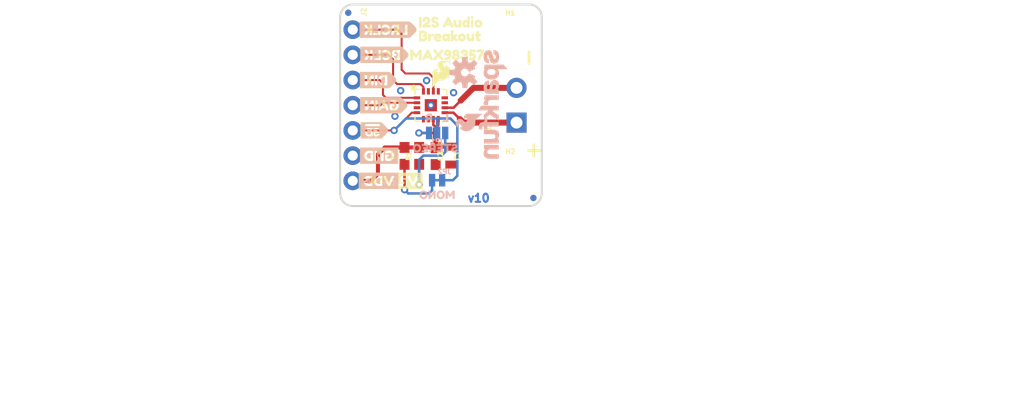
<source format=kicad_pcb>
(kicad_pcb (version 20211014) (generator pcbnew)
  (layers (0 "F.Cu" signal) (31 "B.Cu" signal) (34 "B.Paste" user) (35 "F.Paste" user) (36 "B.SilkS" user "B.Silkscreen") (37 "F.SilkS" user "F.Silkscreen") (38 "B.Mask" user) (39 "F.Mask" user) (44 "Edge.Cuts" user))
  (net 0 "")
  (net 1 "OUT+")
  (net 2 "OUT-")
  (net 3 "~{SD}")
  (net 4 "GAIN")
  (net 5 "LRCLK")
  (net 6 "BCLK")
  (net 7 "DIN")
  (net 8 "N$9")
  (net 9 "VDD")
  (net 10 "GND")
  (net 11 "N$7")
  (footprint "boardEagle:TQFN-16" (layer "F.Cu") (at 147.4851 105.0036 -90)
    (fp_text reference "IC1" (at -2.54 -2.032 -90) (layer "F.SilkS") (effects (font (size 0.93472 0.93472) (thickness 0.08128)) (justify left bottom)))
    (fp_text value "MAX98357A")
    (pad "P$1" smd rect (at -0.75 1.4) (size 0.65 0.3) (layers "F.Cu" "F.Mask") (net 7 "DIN"))
    (pad "P$2" smd rect (at -0.25 1.4) (size 0.65 0.3) (layers "F.Cu" "F.Mask") (net 4 "GAIN"))
    (pad "P$3" smd rect (at 0.25 1.4) (size 0.65 0.3) (layers "F.Cu" "F.Mask") (net 10 "GND"))
    (pad "P$4" smd rect (at 0.75 1.4) (size 0.65 0.3) (layers "F.Cu" "F.Mask") (net 3 "~{SD}"))
    (pad "P$5" smd rect (at 1.4 0.75 270) (size 0.65 0.3) (layers "F.Cu" "F.Mask"))
    (pad "P$6" smd rect (at 1.4 0.25 270) (size 0.65 0.3) (layers "F.Cu" "F.Mask"))
    (pad "P$7" smd rect (at 1.4 -0.25 270) (size 0.65 0.3) (layers "F.Cu" "F.Mask") (net 9 "VDD"))
    (pad "P$8" smd rect (at 1.4 -0.75 270) (size 0.65 0.3) (layers "F.Cu" "F.Mask") (net 9 "VDD"))
    (pad "P$9" smd rect (at 0.75 -1.4) (size 0.65 0.3) (layers "F.Cu" "F.Mask") (net 1 "OUT+"))
    (pad "P$10" smd rect (at 0.25 -1.4) (size 0.65 0.3) (layers "F.Cu" "F.Mask") (net 2 "OUT-"))
    (pad "P$11" smd rect (at -0.25 -1.4) (size 0.65 0.3) (layers "F.Cu" "F.Mask") (net 10 "GND"))
    (pad "P$12" smd rect (at -0.75 -1.4) (size 0.65 0.3) (layers "F.Cu" "F.Mask"))
    (pad "P$13" smd rect (at -1.4 -0.75 270) (size 0.65 0.3) (layers "F.Cu" "F.Mask"))
    (pad "P$14" smd rect (at -1.4 -0.25 270) (size 0.65 0.3) (layers "F.Cu" "F.Mask") (net 5 "LRCLK"))
    (pad "P$15" smd rect (at -1.4 0.25 270) (size 0.65 0.3) (layers "F.Cu" "F.Mask") (net 10 "GND"))
    (pad "P$16" smd rect (at -1.4 0.75 270) (size 0.65 0.3) (layers "F.Cu" "F.Mask") (net 6 "BCLK"))
    (pad "P$EP" smd rect (at 0 0 270) (size 1.23 1.23) (layers "F.Cu" "F.Mask") (net 10 "GND"))
  )
  (footprint "boardEagle:0603" (layer "F.Cu") (at 147.9677 110.1344 -90)
    (fp_text reference "C2" (at 0 -0.762 -90) (layer "F.SilkS") (effects (font (size 0.48768 0.48768) (thickness 0.12192)) (justify bottom)))
    (fp_text value "0.1uF")
    (pad "1" smd rect (at -0.85 0 270) (size 1.1 1) (layers "F.Cu" "F.Paste" "F.Mask") (net 9 "VDD"))
    (pad "2" smd rect (at 0.85 0 270) (size 1.1 1) (layers "F.Cu" "F.Paste" "F.Mask") (net 10 "GND"))
  )
  (footprint "boardEagle:SCREWTERMINAL-3.5MM-2-NS" (layer "F.Cu") (at 156.1211 106.75366 90)
    (fp_text reference "J1" (at -1.27 -2.54 90) (layer "F.SilkS") (effects (font (size 0.48768 0.48768) (thickness 0.12192)) (justify left bottom)))
    (fp_text value "")
    (pad "1" thru_hole rect (at 0 0 90) (size 2.032 2.032) (drill 1.2) (layers *.Cu *.Mask) (net 1 "OUT+"))
    (pad "2" thru_hole circle (at 3.5 0 90) (size 2.032 2.032) (drill 1.2) (layers *.Cu *.Mask) (net 2 "OUT-"))
  )
  (footprint "boardEagle:GAIN6" (layer "F.Cu") (at 139.8651 105.0036)
    (fp_text reference "U$4" hide)
    (fp_text value "" hide)
  )
  (footprint "boardEagle:STAND-OFF" (layer "F.Cu") (at 155.4861 98.0186)
    (fp_text reference "H1" (at 0 -2.032) (layer "F.SilkS") (effects (font (size 0.48768 0.48768) (thickness 0.12192)) (justify bottom)))
    (fp_text value "STAND-OFF")
    (pad "" np_thru_hole circle (at 0 0) (size 3.302 3.302) (drill 3.302) (layers *.Cu *.Mask))
  )
  (footprint "boardEagle:STAND-OFF" (layer "F.Cu") (at 155.4861 111.9886)
    (fp_text reference "H2" (at 0 -2.032) (layer "F.SilkS") (effects (font (size 0.48768 0.48768) (thickness 0.12192)) (justify bottom)))
    (fp_text value "STAND-OFF")
    (pad "" np_thru_hole circle (at 0 0) (size 3.302 3.302) (drill 3.302) (layers *.Cu *.Mask))
  )
  (footprint "boardEagle:SFE_LOGO_FLAME_.1" (layer "F.Cu") (at 147.3581 103.4796)
    (fp_text reference "U$15" hide)
    (fp_text value "" hide)
  )
  (footprint "boardEagle:I2S_AUDIO0" (layer "F.Cu") (at 145.3261 96.6216)
    (fp_text reference "U$8" hide)
    (fp_text value "" hide)
  )
  (footprint "boardEagle:CREATIVE_COMMONS" (layer "F.Cu") (at 124.3711 134.2136)
    (fp_text reference "FRAME1" hide)
    (fp_text value "FRAME-LETTER" hide)
  )
  (footprint "boardEagle:0805" (layer "F.Cu") (at 149.5425 110.0836 -90)
    (fp_text reference "C1" (at 0 -0.889 -90) (layer "F.SilkS") (effects (font (size 0.48768 0.48768) (thickness 0.12192)) (justify bottom)))
    (fp_text value "10uF")
    (pad "1" smd rect (at -0.9 0 270) (size 0.8 1.2) (layers "F.Cu" "F.Paste" "F.Mask") (net 9 "VDD"))
    (pad "2" smd rect (at 0.9 0 270) (size 0.8 1.2) (layers "F.Cu" "F.Paste" "F.Mask") (net 10 "GND"))
  )
  (footprint "boardEagle:BREAKOUT1" (layer "F.Cu") (at 145.3261 98.0186)
    (fp_text reference "U$9" hide)
    (fp_text value "" hide)
  )
  (footprint "boardEagle:GND9" (layer "F.Cu") (at 139.8651 110.0836)
    (fp_text reference "U$2" hide)
    (fp_text value "" hide)
  )
  (footprint "boardEagle:#SD7" (layer "F.Cu") (at 139.7381 107.5436)
    (fp_text reference "U$3" hide)
    (fp_text value "" hide)
  )
  (footprint "boardEagle:1X07_NO_SILK" (layer "F.Cu") (at 139.6111 97.3836 -90)
    (fp_text reference "J2" (at -1.27 -1.397 -90) (layer "F.SilkS") (effects (font (size 0.48768 0.48768) (thickness 0.12192)) (justify left bottom)))
    (fp_text value "")
    (pad "1" thru_hole circle (at 0 0) (size 1.8796 1.8796) (drill 1.016) (layers *.Cu *.Mask) (net 5 "LRCLK"))
    (pad "2" thru_hole circle (at 2.54 0) (size 1.8796 1.8796) (drill 1.016) (layers *.Cu *.Mask) (net 6 "BCLK"))
    (pad "3" thru_hole circle (at 5.08 0) (size 1.8796 1.8796) (drill 1.016) (layers *.Cu *.Mask) (net 7 "DIN"))
    (pad "4" thru_hole circle (at 7.62 0) (size 1.8796 1.8796) (drill 1.016) (layers *.Cu *.Mask) (net 4 "GAIN"))
    (pad "5" thru_hole circle (at 10.16 0) (size 1.8796 1.8796) (drill 1.016) (layers *.Cu *.Mask) (net 3 "~{SD}"))
    (pad "6" thru_hole circle (at 12.7 0) (size 1.8796 1.8796) (drill 1.016) (layers *.Cu *.Mask) (net 10 "GND"))
    (pad "7" thru_hole circle (at 15.24 0) (size 1.8796 1.8796) (drill 1.016) (layers *.Cu *.Mask) (net 9 "VDD"))
  )
  (footprint "boardEagle:FIDUCIAL-MICRO" (layer "F.Cu") (at 139.1539 95.6818)
    (fp_text reference "FD2" hide)
    (fp_text value "FIDUCIALUFIDUCIAL" hide)
    (pad "1" smd roundrect (at 0 0) (size 0.635 0.635) (layers "F.Cu" "F.Mask") (roundrect_rratio 0.5))
  )
  (footprint "boardEagle:LRCLK3" (layer "F.Cu") (at 139.8651 97.3836)
    (fp_text reference "U$7" hide)
    (fp_text value "" hide)
  )
  (footprint "boardEagle:0603" (layer "F.Cu") (at 144.8308 110.109 90)
    (fp_text reference "R2" (at 0 -0.762 90) (layer "F.SilkS") (effects (font (size 0.48768 0.48768) (thickness 0.12192)) (justify bottom)))
    (fp_text value "1M")
    (pad "1" smd rect (at -0.85 0 90) (size 1.1 1) (layers "F.Cu" "F.Paste" "F.Mask") (net 11 "N$7"))
    (pad "2" smd rect (at 0.85 0 90) (size 1.1 1) (layers "F.Cu" "F.Paste" "F.Mask") (net 9 "VDD"))
  )
  (footprint "boardEagle:2#5#5#5V13" (layer "F.Cu") (at 139.7381 112.6236)
    (fp_text reference "U$1" hide)
    (fp_text value "" hide)
  )
  (footprint "boardEagle:MAX98357A2" (layer "F.Cu") (at 144.4371 99.9236)
    (fp_text reference "U$10" hide)
    (fp_text value "" hide)
  )
  (footprint "boardEagle:FIDUCIAL-MICRO" (layer "F.Cu") (at 157.8229 114.3508)
    (fp_text reference "FD1" hide)
    (fp_text value "FIDUCIALUFIDUCIAL" hide)
    (pad "1" smd roundrect (at 0 0) (size 0.635 0.635) (layers "F.Cu" "F.Mask") (roundrect_rratio 0.5))
  )
  (footprint "boardEagle:BCLK4" (layer "F.Cu") (at 139.8651 99.9236)
    (fp_text reference "U$6" hide)
    (fp_text value "" hide)
  )
  (footprint "boardEagle:0603" (layer "F.Cu") (at 146.304 110.109 90)
    (fp_text reference "R1" (at 0 -0.762 90) (layer "F.SilkS") (effects (font (size 0.48768 0.48768) (thickness 0.12192)) (justify bottom)))
    (fp_text value "300k")
    (pad "1" smd rect (at -0.85 0 90) (size 1.1 1) (layers "F.Cu" "F.Paste" "F.Mask") (net 8 "N$9"))
    (pad "2" smd rect (at 0.85 0 90) (size 1.1 1) (layers "F.Cu" "F.Paste" "F.Mask") (net 9 "VDD"))
  )
  (footprint "boardEagle:DIN5" (layer "F.Cu") (at 139.8651 102.4636)
    (fp_text reference "U$5" hide)
    (fp_text value "" hide)
  )
  (footprint "boardEagle:FIDUCIAL-MICRO" (layer "B.Cu") (at 139.1539 95.6818 180)
    (fp_text reference "FD4" hide)
    (fp_text value "FIDUCIALUFIDUCIAL" hide)
    (pad "1" smd roundrect (at 0 0 180) (size 0.635 0.635) (layers "B.Cu" "B.Mask") (roundrect_rratio 0.5))
  )
  (footprint "boardEagle:L10" (layer "B.Cu") (at 150.0251 106.2736 180)
    (fp_text reference "U$17" hide)
    (fp_text value "" hide)
  )
  (footprint "boardEagle:SMT-JUMPER_3_NO_NO-SILK" (layer "B.Cu") (at 148.1161 107.7976)
    (fp_text reference "JP1" (at 0 1.143 180) (layer "B.SilkS") (effects (font (size 0.48768 0.48768) (thickness 0.12192)) (justify bottom mirror)))
    (fp_text value "")
    (pad "1" smd rect (at -0.8128 0) (size 0.635 1.27) (layers "B.Cu" "B.Mask") (net 9 "VDD"))
    (pad "2" smd rect (at 0 0) (size 0.635 1.27) (layers "B.Cu" "B.Mask") (net 3 "~{SD}"))
    (pad "3" smd rect (at 0.8128 0) (size 0.635 1.27) (layers "B.Cu" "B.Mask") (net 8 "N$9"))
  )
  (footprint "boardEagle:FIDUCIAL-MICRO" (layer "B.Cu") (at 157.8229 114.3508 180)
    (fp_text reference "FD3" hide)
    (fp_text value "FIDUCIALUFIDUCIAL" hide)
    (pad "1" smd roundrect (at 0 0 180) (size 0.635 0.635) (layers "B.Cu" "B.Mask") (roundrect_rratio 0.5))
  )
  (footprint "boardEagle:STEREO14" (layer "B.Cu") (at 150.9141 109.3216 180)
    (fp_text reference "U$19" hide)
    (fp_text value "" hide)
  )
  (footprint "boardEagle:SFE_LOGO_NAME_FLAME_.1" (layer "B.Cu") (at 155.2321 99.0346 -90)
    (fp_text reference "LOGO1" hide)
    (fp_text value "SFE_LOGO_NAME_FLAME.1_INCH" hide)
  )
  (footprint "boardEagle:R11" (layer "B.Cu") (at 148.3741 106.2736 180)
    (fp_text reference "U$18" hide)
    (fp_text value "" hide)
  )
  (footprint "boardEagle:MONO12" (layer "B.Cu") (at 150.6601 114.0206 180)
    (fp_text reference "U$16" hide)
    (fp_text value "" hide)
  )
  (footprint "boardEagle:#SD4" (layer "B.Cu") (at 143.4211 107.5436 180)
    (fp_text reference "U$20" hide)
    (fp_text value "" hide)
  )
  (footprint "boardEagle:GND9" (layer "B.Cu") (at 144.6911 110.0836 180)
    (fp_text reference "U$23" hide)
    (fp_text value "" hide)
  )
  (footprint "boardEagle:VDD8" (layer "B.Cu") (at 144.6911 112.6236 180)
    (fp_text reference "U$22" hide)
    (fp_text value "" hide)
  )
  (footprint "boardEagle:OSHW-LOGO-S" (layer "B.Cu") (at 150.9141 101.7016 -90)
    (fp_text reference "LOGO2" hide)
    (fp_text value "OSHW-LOGOS" hide)
  )
  (footprint "boardEagle:DIN2" (layer "B.Cu") (at 144.0561 102.4636 180)
    (fp_text reference "U$13" hide)
    (fp_text value "" hide)
  )
  (footprint "boardEagle:LRCLK0" (layer "B.Cu") (at 146.0881 97.3836 180)
    (fp_text reference "U$11" hide)
    (fp_text value "" hide)
  )
  (footprint "boardEagle:BCLK1" (layer "B.Cu") (at 145.3261 99.9236 180)
    (fp_text reference "U$12" hide)
    (fp_text value "" hide)
  )
  (footprint "boardEagle:GAIN3" (layer "B.Cu") (at 145.1991 105.0036 180)
    (fp_text reference "U$14" hide)
    (fp_text value "" hide)
  )
  (footprint "boardEagle:SMT-JUMPER_2_NC_TRACE_NO-SILK" (layer "B.Cu") (at 148.1161 112.5601 180)
    (fp_text reference "JP2" (at 0 1.143) (layer "B.SilkS") (effects (font (size 0.48768 0.48768) (thickness 0.12192)) (justify right top mirror)))
    (fp_text value "")
    (fp_line (start -0.508 0) (end 0.508 0) (layer "B.Cu") (width 0.254))
    (pad "1" smd rect (at -0.508 0 180) (size 0.635 1.27) (layers "B.Cu" "B.Mask") (net 3 "~{SD}"))
    (pad "2" smd rect (at 0.508 0 180) (size 0.635 1.27) (layers "B.Cu" "B.Mask") (net 11 "N$7"))
  )
  (gr_arc (start 158.6611 113.8936) (mid 158.289126 114.791626) (end 157.3911 115.1636) (layer "Edge.Cuts") (width 0.2032))
  (gr_line (start 138.3411 96.1136) (end 138.3411 113.8936) (layer "Edge.Cuts") (width 0.2032))
  (gr_arc (start 139.6111 115.1636) (mid 138.713074 114.791626) (end 138.3411 113.8936) (layer "Edge.Cuts") (width 0.2032))
  (gr_arc (start 138.3411 96.1136) (mid 138.713074 95.215574) (end 139.6111 94.8436) (layer "Edge.Cuts") (width 0.2032))
  (gr_line (start 139.6111 115.1636) (end 157.3911 115.1636) (layer "Edge.Cuts") (width 0.2032))
  (gr_arc (start 157.3911 94.8436) (mid 158.289126 95.215574) (end 158.6611 96.1136) (layer "Edge.Cuts") (width 0.2032))
  (gr_line (start 157.3911 94.8436) (end 139.6111 94.8436) (layer "Edge.Cuts") (width 0.2032))
  (gr_line (start 158.6611 113.8936) (end 158.6611 96.1136) (layer "Edge.Cuts") (width 0.2032))
  (gr_text "v10" (at 152.3111 114.8461) (layer "B.Cu") (effects (font (size 0.8128 0.8128) (thickness 0.2032)) (justify bottom)))
  (gr_text "+" (at 156.7561 110.3376) (layer "F.SilkS") (effects (font (size 1.5113 1.5113) (thickness 0.2667)) (justify left bottom)))
  (gr_text "-" (at 158.1531 101.3206 90) (layer "F.SilkS") (effects (font (size 1.5113 1.5113) (thickness 0.2667)) (justify left bottom)))
  (segment (start 150.4061 106.4006) (end 149.7591 105.7536) (width 0.254) (layer "F.Cu") (net 1))
  (segment (start 150.759159 106.75366) (end 150.4061 106.4006) (width 0.6096) (layer "F.Cu") (net 1))
  (segment (start 156.1211 106.75366) (end 150.759159 106.75366) (width 0.6096) (layer "F.Cu") (net 1))
  (segment (start 149.7591 105.7536) (end 148.8851 105.7536) (width 0.254) (layer "F.Cu") (net 1))
  (segment (start 150.495 104.5337) (end 149.7751 105.2536) (width 0.254) (layer "F.Cu") (net 2))
  (segment (start 149.7751 105.2536) (end 148.8851 105.2536) (width 0.254) (layer "F.Cu") (net 2))
  (segment (start 156.1211 103.25366) (end 151.77504 103.25366) (width 0.6096) (layer "F.Cu") (net 2))
  (segment (start 151.77504 103.25366) (end 150.495 104.5337) (width 0.6096) (layer "F.Cu") (net 2))
  (segment (start 145.5667 105.7536) (end 143.7767 107.5436) (width 0.2032) (layer "F.Cu") (net 3))
  (segment (start 146.0851 105.7536) (end 145.5667 105.7536) (width 0.2032) (layer "F.Cu") (net 3))
  (segment (start 143.7767 107.5436) (end 139.6111 107.5436) (width 0.2032) (layer "F.Cu") (net 3))
  (via (at 143.7767 107.5436) (size 0.7366) (drill 0.381) (layers "F.Cu" "B.Cu") (net 3))
  (segment (start 150.1521 107.0356) (end 149.4536 106.3371) (width 0.254) (layer "B.Cu") (net 3))
  (segment (start 150.1521 112.1156) (end 150.1521 107.0356) (width 0.254) (layer "B.Cu") (net 3))
  (segment (start 149.7076 112.5601) (end 150.1521 112.1156) (width 0.254) (layer "B.Cu") (net 3))
  (segment (start 144.9832 106.3371) (end 143.7767 107.5436) (width 0.254) (layer "B.Cu") (net 3))
  (segment (start 149.4536 106.3371) (end 148.5011 106.3371) (width 0.254) (layer "B.Cu") (net 3))
  (segment (start 148.1161 107.7976) (end 148.1161 106.3371) (width 0.254) (layer "B.Cu") (net 3))
  (segment (start 148.6241 112.5601) (end 149.7076 112.5601) (width 0.254) (layer "B.Cu") (net 3))
  (segment (start 148.5011 106.3371) (end 148.1161 106.3371) (width 0.254) (layer "B.Cu") (net 3))
  (segment (start 148.1161 106.3371) (end 144.9832 106.3371) (width 0.254) (layer "B.Cu") (net 3))
  (segment (start 139.6111 105.0036) (end 142.4051 105.0036) (width 0.2032) (layer "F.Cu") (net 4))
  (segment (start 142.4051 105.0036) (end 142.6551 104.7536) (width 0.2032) (layer "F.Cu") (net 4))
  (segment (start 142.6551 104.7536) (end 146.0851 104.7536) (width 0.2032) (layer "F.Cu") (net 4))
  (segment (start 144.9197 101.8032) (end 147.3073 101.8032) (width 0.2032) (layer "F.Cu") (net 5))
  (segment (start 144.5387 97.8154) (end 144.5387 101.4222) (width 0.2032) (layer "F.Cu") (net 5))
  (segment (start 147.3073 101.8032) (end 147.7351 102.231) (width 0.2032) (layer "F.Cu") (net 5))
  (segment (start 144.5387 101.4222) (end 144.9197 101.8032) (width 0.2032) (layer "F.Cu") (net 5))
  (segment (start 147.7351 102.231) (end 147.7351 103.6036) (width 0.2032) (layer "F.Cu") (net 5))
  (segment (start 139.6111 97.3836) (end 144.1069 97.3836) (width 0.2032) (layer "F.Cu") (net 5))
  (segment (start 144.1069 97.3836) (end 144.5387 97.8154) (width 0.2032) (layer "F.Cu") (net 5))
  (segment (start 143.2179 99.9236) (end 139.6111 99.9236) (width 0.2032) (layer "F.Cu") (net 6))
  (segment (start 146.7351 103.1614) (end 146.4437 102.87) (width 0.2032) (layer "F.Cu") (net 6))
  (segment (start 144.0815 102.87) (end 143.6751 102.4636) (width 0.2032) (layer "F.Cu") (net 6))
  (segment (start 143.6751 102.4636) (end 143.6751 100.3808) (width 0.2032) (layer "F.Cu") (net 6))
  (segment (start 143.6751 100.3808) (end 143.2179 99.9236) (width 0.2032) (layer "F.Cu") (net 6))
  (segment (start 146.4437 102.87) (end 144.0815 102.87) (width 0.2032) (layer "F.Cu") (net 6))
  (segment (start 146.7351 103.6036) (end 146.7351 103.1614) (width 0.2032) (layer "F.Cu") (net 6))
  (segment (start 142.6551 103.9582) (end 142.6551 102.8152) (width 0.2032) (layer "F.Cu") (net 7))
  (segment (start 142.6551 102.8152) (end 142.3035 102.4636) (width 0.2032) (layer "F.Cu") (net 7))
  (segment (start 142.3035 102.4636) (end 139.6111 102.4636) (width 0.2032) (layer "F.Cu") (net 7))
  (segment (start 142.9505 104.2536) (end 142.6551 103.9582) (width 0.2032) (layer "F.Cu") (net 7))
  (segment (start 146.0851 104.2536) (end 142.9505 104.2536) (width 0.2032) (layer "F.Cu") (net 7))
  (segment (start 146.304 110.959) (end 146.304 113.0046) (width 0.254) (layer "F.Cu") (net 8))
  (via (at 146.304 113.0046) (size 0.7366) (drill 0.381) (layers "F.Cu" "B.Cu") (net 8))
  (segment (start 148.9289 109.7193) (end 148.5646 110.0836) (width 0.254) (layer "B.Cu") (net 8))
  (segment (start 148.9289 107.7976) (end 148.9289 109.7193) (width 0.254) (layer "B.Cu") (net 8))
  (segment (start 146.304 110.5027) (end 146.304 113.0046) (width 0.254) (layer "B.Cu") (net 8))
  (segment (start 148.5646 110.0836) (end 146.7231 110.0836) (width 0.254) (layer "B.Cu") (net 8))
  (segment (start 146.7231 110.0836) (end 146.304 110.5027) (width 0.254) (layer "B.Cu") (net 8))
  (segment (start 148.2351 106.9968) (end 147.9931 107.2388) (width 0.254) (layer "F.Cu") (net 9))
  (segment (start 141.4526 112.6236) (end 142.1511 111.9251) (width 0.4064) (layer "F.Cu") (net 9))
  (segment (start 144.8308 109.2581) (end 144.8308 109.259) (width 0.4064) (layer "F.Cu") (net 9))
  (segment (start 147.9677 109.2844) (end 147.9931 109.259) (width 0.6096) (layer "F.Cu") (net 9))
  (segment (start 147.9677 109.1836) (end 147.9677 109.2844) (width 0.4064) (layer "F.Cu") (net 9))
  (segment (start 147.9931 107.2388) (end 147.7351 106.9808) (width 0.254) (layer "F.Cu") (net 9))
  (segment (start 147.7351 106.9808) (end 147.7351 106.4036) (width 0.254) (layer "F.Cu") (net 9))
  (segment (start 147.9931 107.4166) (end 147.9931 107.2388) (width 0.254) (layer "F.Cu") (net 9))
  (segment (start 142.8496 109.2581) (end 144.8308 109.2581) (width 0.4064) (layer "F.Cu") (net 9))
  (segment (start 147.9931 109.259) (end 147.9931 107.4166) (width 0.6096) (layer "F.Cu") (net 9))
  (segment (start 142.1511 111.9251) (end 142.1511 109.9566) (width 0.4064) (layer "F.Cu") (net 9))
  (segment (start 149.5425 109.1836) (end 147.9677 109.1836) (width 0.4064) (layer "F.Cu") (net 9))
  (segment (start 139.6111 112.6236) (end 141.4526 112.6236) (width 0.4064) (layer "F.Cu") (net 9))
  (segment (start 146.304 109.259) (end 144.8308 109.259) (width 0.4064) (layer "F.Cu") (net 9))
  (segment (start 147.9931 107.7976) (end 147.9931 107.4166) (width 0.254) (layer "F.Cu") (net 9))
  (segment (start 147.9677 109.2844) (end 147.9677 109.259) (width 0.4064) (layer "F.Cu") (net 9))
  (segment (start 147.9931 107.2261) (end 147.9931 107.2388) (width 0.254) (layer "F.Cu") (net 9))
  (segment (start 146.2786 107.7976) (end 147.9931 107.7976) (width 0.254) (layer "F.Cu") (net 9))
  (segment (start 147.9677 109.259) (end 146.304 109.259) (width 0.4064) (layer "F.Cu") (net 9))
  (segment (start 142.1511 109.9566) (end 142.8496 109.2581) (width 0.4064) (layer "F.Cu") (net 9))
  (segment (start 148.2351 106.4036) (end 148.2351 106.9968) (width 0.254) (layer "F.Cu") (net 9))
  (via (at 146.2786 107.7976) (size 0.7366) (drill 0.381) (layers "F.Cu" "B.Cu") (net 9))
  (segment (start 147.3033 107.7976) (end 146.2786 107.7976) (width 0.254) (layer "B.Cu") (net 9))
  (via (at 147.4851 105.0036) (size 0.7366) (drill 0.381) (layers "F.Cu" "B.Cu") (net 10))
  (via (at 147.0533 102.5144) (size 0.7366) (drill 0.381) (layers "F.Cu" "B.Cu") (net 10))
  (via (at 143.8656 106.1085) (size 0.7366) (drill 0.381) (layers "F.Cu" "B.Cu") (net 10))
  (via (at 149.7711 103.7336) (size 0.7366) (drill 0.381) (layers "F.Cu" "B.Cu") (net 10))
  (via (at 144.4371 103.5304) (size 0.7366) (drill 0.381) (layers "F.Cu" "B.Cu") (net 10))
  (segment (start 144.8308 110.959) (end 144.8308 113.5126) (width 0.254) (layer "F.Cu") (net 11))
  (via (at 144.8308 113.5126) (size 0.7366) (drill 0.381) (layers "F.Cu" "B.Cu") (net 11))
  (segment (start 144.8308 113.5253) (end 144.8308 113.5126) (width 0.254) (layer "B.Cu") (net 11))
  (segment (start 147.2946 113.8936) (end 145.1991 113.8936) (width 0.254) (layer "B.Cu") (net 11))
  (segment (start 145.1991 113.8936) (end 144.8308 113.5253) (width 0.254) (layer "B.Cu") (net 11))
  (segment (start 147.6081 112.5601) (end 147.6081 113.5801) (width 0.254) (layer "B.Cu") (net 11))
  (segment (start 147.6081 113.5801) (end 147.2946 113.8936) (width 0.254) (layer "B.Cu") (net 11))
)
</source>
